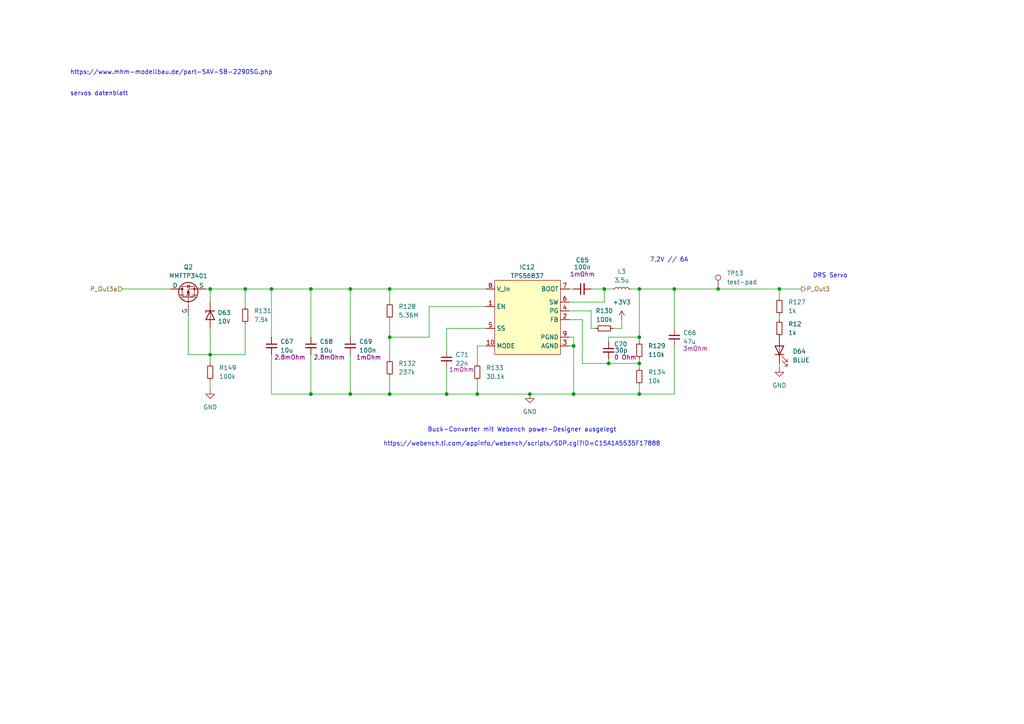
<source format=kicad_sch>
(kicad_sch (version 20231120) (generator "eeschema") (generator_version "8.0")
  (paper "A4")
  (title_block (title "PDU FT25") (date "2025-01-06") (rev "V1.1") (company "Janek Herm") (comment 1 "FaSTTUBe Electronics"))
  (lib_symbols
    (symbol "Connector:TestPoint" (pin_numbers hide) (pin_names (offset 0.762) hide)
      (property "Reference" "TP" (at 0 6.858 0))
      (property "Value" "TestPoint" (at 0 5.08 0))
      (symbol "TestPoint_0_1"
        (circle (center 0 3.302) (radius 0.762))
      )
      (symbol "TestPoint_1_1"
        (pin passive line (at 0 0 90) (length 2.54) (name "1") (number "1"))
      )
    )
    (symbol "Device:C_Small" (pin_numbers hide) (pin_names (offset 0.254) hide)
      (property "Reference" "C" (at 0.254 1.778 0))
      (property "Value" "C_Small" (at 0.254 -2.032 0))
      (symbol "C_Small_0_1"
        (polyline (pts (xy -1.524 -0.508) (xy 1.524 -0.508)) (stroke (width 0.3302)))
        (polyline (pts (xy -1.524 0.508) (xy 1.524 0.508)) (stroke (width 0.3048)))
      )
      (symbol "C_Small_1_1"
        (pin passive line (at 0 2.54 270) (length 2.032) (name "~") (number "1"))
        (pin passive line (at 0 -2.54 90) (length 2.032) (name "~") (number "2"))
      )
    )
    (symbol "Device:D_Zener" (pin_numbers hide) (pin_names (offset 1.016) hide)
      (property "Reference" "D" (at 0 2.54 0))
      (property "Value" "D_Zener" (at 0 -2.54 0))
      (symbol "D_Zener_0_1"
        (polyline (pts (xy 1.27 0) (xy -1.27 0)))
        (polyline (pts (xy -1.27 -1.27) (xy -1.27 1.27) (xy -0.762 1.27)) (stroke (width 0.254)))
        (polyline (pts (xy 1.27 -1.27) (xy 1.27 1.27) (xy -1.27 0) (xy 1.27 -1.27)) (stroke (width 0.254)))
      )
      (symbol "D_Zener_1_1"
        (pin passive line (at -3.81 0 0) (length 2.54) (name "K") (number "1"))
        (pin passive line (at 3.81 0 180) (length 2.54) (name "A") (number "2"))
      )
    )
    (symbol "Device:LED" (pin_numbers hide) (pin_names (offset 1.016) hide)
      (property "Reference" "D" (at 0 2.54 0))
      (property "Value" "LED" (at 0 -2.54 0))
      (symbol "LED_0_1"
        (polyline (pts (xy -1.27 -1.27) (xy -1.27 1.27)) (stroke (width 0.254)))
        (polyline (pts (xy -1.27 0) (xy 1.27 0)))
        (polyline (pts (xy 1.27 -1.27) (xy 1.27 1.27) (xy -1.27 0) (xy 1.27 -1.27)) (stroke (width 0.254)))
        (polyline (pts (xy -3.048 -0.762) (xy -4.572 -2.286) (xy -3.81 -2.286) (xy -4.572 -2.286) (xy -4.572 -1.524)))
        (polyline (pts (xy -1.778 -0.762) (xy -3.302 -2.286) (xy -2.54 -2.286) (xy -3.302 -2.286) (xy -3.302 -1.524)))
      )
      (symbol "LED_1_1"
        (pin passive line (at -3.81 0 0) (length 2.54) (name "K") (number "1"))
        (pin passive line (at 3.81 0 180) (length 2.54) (name "A") (number "2"))
      )
    )
    (symbol "Device:L_Small" (pin_numbers hide) (pin_names (offset 0.254) hide)
      (property "Reference" "L" (at 0.762 1.016 0))
      (property "Value" "L_Small" (at 0.762 -1.016 0))
      (symbol "L_Small_0_1"
        (arc (start 0 -2.032) (mid 0.5058 -1.524) (end 0 -1.016))
        (arc (start 0 -1.016) (mid 0.5058 -0.508) (end 0 0))
        (arc (start 0 0) (mid 0.5058 0.508) (end 0 1.016))
        (arc (start 0 1.016) (mid 0.5058 1.524) (end 0 2.032))
      )
      (symbol "L_Small_1_1"
        (pin passive line (at 0 2.54 270) (length 0.508) (name "~") (number "1"))
        (pin passive line (at 0 -2.54 90) (length 0.508) (name "~") (number "2"))
      )
    )
    (symbol "Device:R_Small" (pin_numbers hide) (pin_names (offset 0.254) hide)
      (property "Reference" "R" (at 0.762 0.508 0))
      (property "Value" "R_Small" (at 0.762 -1.016 0))
      (symbol "R_Small_0_1"
        (rectangle (start -0.762 1.778) (end 0.762 -1.778) (stroke (width 0.2032)))
      )
      (symbol "R_Small_1_1"
        (pin passive line (at 0 2.54 270) (length 0.762) (name "~") (number "1"))
        (pin passive line (at 0 -2.54 90) (length 0.762) (name "~") (number "2"))
      )
    )
    (symbol "FaSTTUBe_Voltage_Regulators:TPS56837"
      (property "Reference" "IC" (at -3.556 10.922 0))
      (property "Value" "TPS56837" (at -3.302 8.636 0))
      (symbol "TPS56837_1_1"
        (rectangle (start -12.7 7.62) (end 6.35 -13.97) (fill (type background)))
        (pin input line (at -15.24 0 0) (length 2.54) (name "EN") (number "1"))
        (pin input line (at -15.24 -11.43 0) (length 2.54) (name "MODE") (number "10"))
        (pin input line (at 8.89 -3.81 180) (length 2.54) (name "FB") (number "2"))
        (pin input line (at 8.89 -11.43 180) (length 2.54) (name "AGND") (number "3"))
        (pin input line (at 8.89 -1.27 180) (length 2.54) (name "PG") (number "4"))
        (pin input line (at -15.24 -6.35 0) (length 2.54) (name "SS") (number "5"))
        (pin input line (at 8.89 1.27 180) (length 2.54) (name "SW") (number "6"))
        (pin input line (at 8.89 5.08 180) (length 2.54) (name "BOOT") (number "7"))
        (pin input line (at -15.24 5.08 0) (length 2.54) (name "V_In") (number "8"))
        (pin input line (at 8.89 -8.89 180) (length 2.54) (name "PGND") (number "9"))
      )
    )
    (symbol "Simulation_SPICE:PMOS" (pin_numbers hide) (pin_names (offset 0))
      (property "Reference" "Q" (at 5.08 1.27 0))
      (property "Value" "PMOS" (at 5.08 -1.27 0))
      (symbol "PMOS_0_1"
        (polyline (pts (xy 0.254 0) (xy -2.54 0)))
        (polyline (pts (xy 0.254 1.905) (xy 0.254 -1.905)) (stroke (width 0.254)))
        (polyline (pts (xy 0.762 -1.27) (xy 0.762 -2.286)) (stroke (width 0.254)))
        (polyline (pts (xy 0.762 0.508) (xy 0.762 -0.508)) (stroke (width 0.254)))
        (polyline (pts (xy 0.762 2.286) (xy 0.762 1.27)) (stroke (width 0.254)))
        (polyline (pts (xy 2.54 2.54) (xy 2.54 1.778)))
        (polyline (pts (xy 2.54 -2.54) (xy 2.54 0) (xy 0.762 0)))
        (polyline (pts (xy 0.762 1.778) (xy 3.302 1.778) (xy 3.302 -1.778) (xy 0.762 -1.778)))
        (polyline (pts (xy 2.286 0) (xy 1.27 0.381) (xy 1.27 -0.381) (xy 2.286 0)) (fill (type outline)))
        (polyline (pts (xy 2.794 -0.508) (xy 2.921 -0.381) (xy 3.683 -0.381) (xy 3.81 -0.254)))
        (polyline (pts (xy 3.302 -0.381) (xy 2.921 0.254) (xy 3.683 0.254) (xy 3.302 -0.381)))
        (circle (center 1.651 0) (radius 2.794) (stroke (width 0.254)))
        (circle (center 2.54 -1.778) (radius 0.254) (fill (type outline)))
        (circle (center 2.54 1.778) (radius 0.254) (fill (type outline)))
      )
      (symbol "PMOS_1_1"
        (pin passive line (at 2.54 5.08 270) (length 2.54) (name "D") (number "1"))
        (pin input line (at -5.08 0 0) (length 2.54) (name "G") (number "2"))
        (pin passive line (at 2.54 -5.08 90) (length 2.54) (name "S") (number "3"))
      )
    )
    (symbol "power:+3.3V" (power) (pin_numbers hide) (pin_names (offset 0) hide)
      (property "Value" "+3.3V" (at 0 3.556 0))
      (symbol "+3.3V_0_1"
        (polyline (pts (xy -0.762 1.27) (xy 0 2.54)))
        (polyline (pts (xy 0 0) (xy 0 2.54)))
        (polyline (pts (xy 0 2.54) (xy 0.762 1.27)))
      )
      (symbol "+3.3V_1_1"
        (pin power_in line (at 0 0 90) (length 0) (name "~") (number "1"))
      )
    )
    (symbol "power:GND" (power) (pin_numbers hide) (pin_names (offset 0) hide)
      (property "Value" "GND" (at 0 -3.81 0))
      (symbol "GND_0_1"
        (polyline (pts (xy 0 0) (xy 0 -1.27) (xy 1.27 -1.27) (xy 0 -2.54) (xy -1.27 -1.27) (xy 0 -1.27)))
      )
      (symbol "GND_1_1"
        (pin power_in line (at 0 0 270) (length 0) (name "~") (number "1"))
      )
    )
  )
  (junction (at 113.03 114.3))
  (junction (at 226.06 83.82))
  (junction (at 195.58 83.82))
  (junction (at 185.42 105.41))
  (junction (at 113.03 83.82))
  (junction (at 185.42 83.82))
  (junction (at 101.6 114.3))
  (junction (at 129.54 114.3))
  (junction (at 208.28 83.82))
  (junction (at 185.42 114.3))
  (junction (at 176.53 105.41))
  (junction (at 101.6 83.82))
  (junction (at 60.96 102.87))
  (junction (at 185.42 97.79))
  (junction (at 90.17 83.82))
  (junction (at 153.67 114.3))
  (junction (at 78.74 83.82))
  (junction (at 138.43 114.3))
  (junction (at 175.26 83.82))
  (junction (at 166.37 114.3))
  (junction (at 71.12 83.82))
  (junction (at 113.03 97.79))
  (junction (at 166.37 100.33))
  (junction (at 90.17 114.3))
  (junction (at 60.96 83.82))
  (wire (pts (xy 71.12 83.82) (xy 78.74 83.82)))
  (wire (pts (xy 124.46 88.9) (xy 124.46 97.79)))
  (wire (pts (xy 113.03 109.22) (xy 113.03 114.3)))
  (wire (pts (xy 165.1 92.71) (xy 168.91 92.71)))
  (wire (pts (xy 166.37 100.33) (xy 166.37 114.3)))
  (wire (pts (xy 226.06 83.82) (xy 226.06 86.36)))
  (wire (pts (xy 176.53 105.41) (xy 185.42 105.41)))
  (wire (pts (xy 60.96 110.49) (xy 60.96 113.03)))
  (wire (pts (xy 226.06 105.41) (xy 226.06 106.68)))
  (wire (pts (xy 180.34 95.25) (xy 180.34 92.71)))
  (wire (pts (xy 226.06 91.44) (xy 226.06 92.71)))
  (wire (pts (xy 60.96 83.82) (xy 71.12 83.82)))
  (wire (pts (xy 101.6 102.87) (xy 101.6 114.3)))
  (wire (pts (xy 35.56 83.82) (xy 49.53 83.82)))
  (wire (pts (xy 90.17 102.87) (xy 90.17 114.3)))
  (wire (pts (xy 90.17 83.82) (xy 90.17 97.79)))
  (wire (pts (xy 185.42 111.76) (xy 185.42 114.3)))
  (wire (pts (xy 71.12 102.87) (xy 60.96 102.87)))
  (wire (pts (xy 185.42 99.06) (xy 185.42 97.79)))
  (wire (pts (xy 60.96 102.87) (xy 60.96 105.41)))
  (wire (pts (xy 140.97 88.9) (xy 124.46 88.9)))
  (wire (pts (xy 177.8 83.82) (xy 175.26 83.82)))
  (wire (pts (xy 171.45 90.17) (xy 171.45 95.25)))
  (wire (pts (xy 129.54 106.68) (xy 129.54 114.3)))
  (wire (pts (xy 101.6 83.82) (xy 101.6 97.79)))
  (wire (pts (xy 71.12 83.82) (xy 71.12 88.9)))
  (wire (pts (xy 175.26 87.63) (xy 175.26 83.82)))
  (wire (pts (xy 208.28 83.82) (xy 226.06 83.82)))
  (wire (pts (xy 185.42 83.82) (xy 185.42 97.79)))
  (wire (pts (xy 166.37 114.3) (xy 185.42 114.3)))
  (wire (pts (xy 166.37 97.79) (xy 166.37 100.33)))
  (wire (pts (xy 165.1 87.63) (xy 175.26 87.63)))
  (wire (pts (xy 59.69 83.82) (xy 60.96 83.82)))
  (wire (pts (xy 138.43 110.49) (xy 138.43 114.3)))
  (wire (pts (xy 124.46 97.79) (xy 113.03 97.79)))
  (wire (pts (xy 185.42 114.3) (xy 195.58 114.3)))
  (wire (pts (xy 226.06 83.82) (xy 232.41 83.82)))
  (wire (pts (xy 185.42 83.82) (xy 195.58 83.82)))
  (wire (pts (xy 54.61 91.44) (xy 54.61 102.87)))
  (wire (pts (xy 195.58 100.33) (xy 195.58 114.3)))
  (wire (pts (xy 113.03 114.3) (xy 129.54 114.3)))
  (wire (pts (xy 138.43 114.3) (xy 153.67 114.3)))
  (wire (pts (xy 185.42 104.14) (xy 185.42 105.41)))
  (wire (pts (xy 113.03 92.71) (xy 113.03 97.79)))
  (wire (pts (xy 165.1 83.82) (xy 166.37 83.82)))
  (wire (pts (xy 195.58 83.82) (xy 195.58 95.25)))
  (wire (pts (xy 54.61 102.87) (xy 60.96 102.87)))
  (wire (pts (xy 176.53 105.41) (xy 176.53 104.14)))
  (wire (pts (xy 78.74 102.87) (xy 78.74 114.3)))
  (wire (pts (xy 78.74 114.3) (xy 90.17 114.3)))
  (wire (pts (xy 165.1 90.17) (xy 171.45 90.17)))
  (wire (pts (xy 165.1 97.79) (xy 166.37 97.79)))
  (wire (pts (xy 171.45 95.25) (xy 172.72 95.25)))
  (wire (pts (xy 165.1 100.33) (xy 166.37 100.33)))
  (wire (pts (xy 140.97 100.33) (xy 138.43 100.33)))
  (wire (pts (xy 138.43 100.33) (xy 138.43 105.41)))
  (wire (pts (xy 90.17 83.82) (xy 101.6 83.82)))
  (wire (pts (xy 185.42 105.41) (xy 185.42 106.68)))
  (wire (pts (xy 168.91 92.71) (xy 168.91 105.41)))
  (wire (pts (xy 71.12 93.98) (xy 71.12 102.87)))
  (wire (pts (xy 60.96 95.25) (xy 60.96 102.87)))
  (wire (pts (xy 129.54 114.3) (xy 138.43 114.3)))
  (wire (pts (xy 60.96 83.82) (xy 60.96 87.63)))
  (wire (pts (xy 113.03 83.82) (xy 113.03 87.63)))
  (wire (pts (xy 182.88 83.82) (xy 185.42 83.82)))
  (wire (pts (xy 171.45 83.82) (xy 175.26 83.82)))
  (wire (pts (xy 177.8 95.25) (xy 180.34 95.25)))
  (wire (pts (xy 140.97 95.25) (xy 129.54 95.25)))
  (wire (pts (xy 101.6 83.82) (xy 113.03 83.82)))
  (wire (pts (xy 78.74 83.82) (xy 90.17 83.82)))
  (wire (pts (xy 78.74 83.82) (xy 78.74 97.79)))
  (wire (pts (xy 113.03 97.79) (xy 113.03 104.14)))
  (wire (pts (xy 129.54 95.25) (xy 129.54 101.6)))
  (wire (pts (xy 168.91 105.41) (xy 176.53 105.41)))
  (wire (pts (xy 176.53 97.79) (xy 176.53 99.06)))
  (wire (pts (xy 101.6 114.3) (xy 113.03 114.3)))
  (wire (pts (xy 195.58 83.82) (xy 208.28 83.82)))
  (wire (pts (xy 153.67 114.3) (xy 166.37 114.3)))
  (wire (pts (xy 113.03 83.82) (xy 140.97 83.82)))
  (wire (pts (xy 90.17 114.3) (xy 101.6 114.3)))
  (wire (pts (xy 176.53 97.79) (xy 185.42 97.79)))
  (text "DRS Servo" (at 240.792 80.01 0) (effects (font (size 1.27 1.27))))
  (text "7,2V // 6A" (at 194.056 75.438 0) (effects (font (size 1.27 1.27))))
  (text "https://www.mhm-modellbau.de/part-SAV-SB-2290SG.php\n\n\nservos datenblatt" (at 20.32 27.94 0) (effects (font (size 1.27 1.27)) (justify left bottom)))
  (text "Buck-Converter mit Webench power-Designer ausgelegt\n\nhttps://webench.ti.com/appinfo/webench/scripts/SDP.cgi?ID=C15A1A5535F17888" (at 151.384 126.746 0) (effects (font (size 1.27 1.27))))
  (hierarchical_label "P_Out3" (shape output) (at 232.41 83.82 0))
  (hierarchical_label "P_Out3a" (shape input) (at 35.56 83.82 180))
  (symbol (lib_id "Device:R_Small") (at 185.42 109.22 0) (unit 1)
    (property "Reference" "R134" (at 187.96 107.9499 0) (effects (justify left)))
    (property "Value" "10k" (at 187.96 110.4899 0) (effects (justify left)))
    (property "Footprint" "Resistor_SMD:R_0603_1608Metric" (effects (hide yes)))
    (property "Description" "Resistor, small symbol" (effects (hide yes)))
  )
  (symbol (lib_id "Connector:TestPoint") (at 208.28 83.82 0) (unit 1)
    (property "Reference" "TP13" (at 210.82 79.2479 0) (effects (justify left)))
    (property "Value" "test-pad" (at 210.82 81.7879 0) (effects (justify left)))
    (property "Footprint" "5025:5025" (effects (hide yes)))
    (property "Description" "test point" (effects (hide yes)))
  )
  (symbol (lib_id "Device:D_Zener") (at 60.96 91.44 90) (mirror x) (unit 1)
    (property "Reference" "D63" (at 65.024 90.678 90))
    (property "Value" "10V" (at 65.024 93.218 90))
    (property "Footprint" "3SMAJ5934B-TP:DIOM5226X244N" (effects (hide yes)))
    (property "Datasheet" "https://www.mouser.de/datasheet/2/258/3SMAJ5918B_3SMAJ5956B_SMA_-3423242.pdf" (effects (hide yes)))
    (property "Description" "Zener diode" (effects (hide yes)))
    (property "MPR" "3SMAJ5925B" (effects (hide yes)))
  )
  (symbol (lib_id "Device:R_Small") (at 60.96 107.95 0) (unit 1)
    (property "Reference" "R149" (at 63.5 106.6799 0) (effects (justify left)))
    (property "Value" "100k" (at 63.5 109.2199 0) (effects (justify left)))
    (property "Footprint" "Resistor_SMD:R_0603_1608Metric" (effects (hide yes)))
    (property "Description" "Resistor, small symbol" (effects (hide yes)))
  )
  (symbol (lib_id "Device:C_Small") (at 78.74 100.33 0) (unit 1)
    (property "Reference" "C67" (at 81.28 99.0662 0) (effects (justify left)))
    (property "Value" "10u" (at 81.28 101.6062 0) (effects (justify left)))
    (property "Footprint" "Capacitor_SMD:C_1210_3225Metric" (effects (hide yes)))
    (property "Description" "Unpolarized capacitor, small symbol" (effects (hide yes)))
    (property "Resistance" "2.8mOhm" (at 84.074 103.632 0))
  )
  (symbol (lib_id "Device:LED") (at 226.06 101.6 90) (unit 1)
    (property "Reference" "D64" (at 229.87 101.9174 90) (effects (justify right)))
    (property "Value" "BLUE" (at 229.87 104.4574 90) (effects (justify right)))
    (property "Footprint" "LED_SMD:LED_0603_1608Metric" (effects (hide yes)))
    (property "Datasheet" "https://www.we-online.com/components/products/datasheet/150060BS75000.pdf" (effects (hide yes)))
    (property "Description" "Light emitting diode" (effects (hide yes)))
    (property "MPR" "150060BS75000" (effects (hide yes)))
  )
  (symbol (lib_id "Device:C_Small") (at 129.54 104.14 0) (unit 1)
    (property "Reference" "C71" (at 132.08 102.8762 0) (effects (justify left)))
    (property "Value" "22n" (at 132.08 105.4162 0) (effects (justify left)))
    (property "Footprint" "Capacitor_SMD:C_0603_1608Metric" (effects (hide yes)))
    (property "Description" "Unpolarized capacitor, small symbol" (effects (hide yes)))
    (property "Resistance" "1mOhm" (at 133.858 107.188 0))
  )
  (symbol (lib_id "Simulation_SPICE:PMOS") (at 54.61 86.36 90) (unit 1)
    (property "Reference" "Q2" (at 54.61 77.47 90))
    (property "Value" "MMFTP3401" (at 54.61 80.01 90))
    (property "Footprint" "Package_TO_SOT_SMD:SOT-23" (effects (hide yes)))
    (property "Datasheet" "https://diotec.com/request/datasheet/mmftp3401.pdf" (effects (hide yes)))
    (property "Description" "P-MOSFET transistor, drain/source/gate" (effects (hide yes)))
    (property "Sim.Device" "PMOS" (effects (hide yes)))
    (property "Sim.Type" "VDMOS" (effects (hide yes)))
    (property "Sim.Pins" "1=D 2=G 3=S" (effects (hide yes)))
  )
  (symbol (lib_id "Device:C_Small") (at 101.6 100.33 0) (unit 1)
    (property "Reference" "C69" (at 104.14 99.0662 0) (effects (justify left)))
    (property "Value" "100n" (at 104.14 101.6062 0) (effects (justify left)))
    (property "Footprint" "Capacitor_SMD:C_0805_2012Metric" (effects (hide yes)))
    (property "Description" "Unpolarized capacitor, small symbol" (effects (hide yes)))
    (property "Resistance" "1mOhm" (at 106.934 103.632 0))
  )
  (symbol (lib_id "power:GND") (at 60.96 113.03 0) (unit 1)
    (property "Reference" "#PWR0190" (effects (hide yes)))
    (property "Value" "GND" (at 60.96 118.11 0))
    (property "Description" "Power symbol creates a global label with name \"GND\" , ground" (effects (hide yes)))
  )
  (symbol (lib_id "Device:R_Small") (at 226.06 95.25 0) (unit 1)
    (property "Reference" "R12" (at 228.6 93.9799 0) (effects (justify left)))
    (property "Value" "1k" (at 228.6 96.5199 0) (effects (justify left)))
    (property "Footprint" "Resistor_SMD:R_0603_1608Metric" (effects (hide yes)))
    (property "Description" "Resistor, small symbol" (effects (hide yes)))
  )
  (symbol (lib_id "FaSTTUBe_Voltage_Regulators:TPS56837") (at 156.21 88.9 0) (unit 1)
    (property "Reference" "IC12" (at 152.908 77.47 0))
    (property "Value" "TPS56837" (at 152.908 80.01 0))
    (property "Footprint" "TPS56837:TPS56837" (effects (hide yes)))
    (property "Datasheet" "https://www.ti.com/lit/ds/symlink/tps56837.pdf?ts=1731338435977" (effects (hide yes)))
  )
  (symbol (lib_id "Device:R_Small") (at 138.43 107.95 0) (unit 1)
    (property "Reference" "R133" (at 140.97 106.6799 0) (effects (justify left)))
    (property "Value" "30.1k" (at 140.97 109.2199 0) (effects (justify left)))
    (property "Footprint" "Resistor_SMD:R_0603_1608Metric" (effects (hide yes)))
    (property "Description" "Resistor, small symbol" (effects (hide yes)))
  )
  (symbol (lib_id "power:GND") (at 153.67 114.3 0) (unit 1)
    (property "Reference" "#PWR0191" (effects (hide yes)))
    (property "Value" "GND" (at 153.67 119.38 0))
    (property "Description" "Power symbol creates a global label with name \"GND\" , ground" (effects (hide yes)))
  )
  (symbol (lib_id "Device:R_Small") (at 71.12 91.44 0) (unit 1)
    (property "Reference" "R131" (at 73.66 90.1699 0) (effects (justify left)))
    (property "Value" "7.5k" (at 73.66 92.7099 0) (effects (justify left)))
    (property "Footprint" "Resistor_SMD:R_0603_1608Metric" (effects (hide yes)))
    (property "Description" "Resistor, small symbol" (effects (hide yes)))
  )
  (symbol (lib_id "Device:C_Small") (at 195.58 97.79 0) (unit 1)
    (property "Reference" "C66" (at 198.12 96.5262 0) (effects (justify left)))
    (property "Value" "47u" (at 198.12 99.0662 0) (effects (justify left)))
    (property "Footprint" "Capacitor_SMD:C_1210_3225Metric" (effects (hide yes)))
    (property "Description" "Unpolarized capacitor, small symbol" (effects (hide yes)))
    (property "Resistance" "3mOhm" (at 201.676 101.092 0))
  )
  (symbol (lib_id "Device:R_Small") (at 226.06 88.9 0) (unit 1)
    (property "Reference" "R127" (at 228.6 87.6299 0) (effects (justify left)))
    (property "Value" "1k" (at 228.6 90.1699 0) (effects (justify left)))
    (property "Footprint" "Resistor_SMD:R_0603_1608Metric" (effects (hide yes)))
    (property "Description" "Resistor, small symbol" (effects (hide yes)))
  )
  (symbol (lib_id "Device:R_Small") (at 113.03 106.68 0) (unit 1)
    (property "Reference" "R132" (at 115.57 105.4099 0) (effects (justify left)))
    (property "Value" "237k" (at 115.57 107.9499 0) (effects (justify left)))
    (property "Footprint" "Resistor_SMD:R_0603_1608Metric" (effects (hide yes)))
    (property "Description" "Resistor, small symbol" (effects (hide yes)))
  )
  (symbol (lib_id "Device:C_Small") (at 176.53 101.6 0) (unit 1)
    (property "Reference" "C70" (at 178.054 99.8282 0) (effects (justify left)))
    (property "Value" "30p" (at 178.308 101.6062 0) (effects (justify left)))
    (property "Footprint" "Capacitor_SMD:C_0603_1608Metric" (effects (hide yes)))
    (property "Description" "Unpolarized capacitor, small symbol" (effects (hide yes)))
    (property "Resistance" "0 Ohm" (at 181.356 103.632 0))
  )
  (symbol (lib_id "Device:L_Small") (at 180.34 83.82 90) (unit 1)
    (property "Reference" "L3" (at 180.34 78.74 90))
    (property "Value" "3.5u" (at 180.34 81.28 90))
    (property "Footprint" "WE-PD:WE-PD_1260_1245_1280_121054" (effects (hide yes)))
    (property "Datasheet" "https://www.we-online.com/components/products/datasheet/7447709003.pdf" (effects (hide yes)))
    (property "Description" "Inductor, small symbol" (effects (hide yes)))
  )
  (symbol (lib_id "Device:C_Small") (at 90.17 100.33 0) (unit 1)
    (property "Reference" "C68" (at 92.71 99.0662 0) (effects (justify left)))
    (property "Value" "10u" (at 92.71 101.6062 0) (effects (justify left)))
    (property "Footprint" "Capacitor_SMD:C_1210_3225Metric" (effects (hide yes)))
    (property "Description" "Unpolarized capacitor, small symbol" (effects (hide yes)))
    (property "Resistance" "2.8mOhm" (at 95.504 103.632 0))
  )
  (symbol (lib_id "Device:R_Small") (at 185.42 101.6 0) (unit 1)
    (property "Reference" "R129" (at 187.96 100.3299 0) (effects (justify left)))
    (property "Value" "110k" (at 187.96 102.8699 0) (effects (justify left)))
    (property "Footprint" "Resistor_SMD:R_0603_1608Metric" (effects (hide yes)))
    (property "Description" "Resistor, small symbol" (effects (hide yes)))
  )
  (symbol (lib_id "power:GND") (at 226.06 106.68 0) (unit 1)
    (property "Reference" "#PWR0189" (effects (hide yes)))
    (property "Value" "GND" (at 226.06 111.76 0))
    (property "Description" "Power symbol creates a global label with name \"GND\" , ground" (effects (hide yes)))
  )
  (symbol (lib_id "Device:C_Small") (at 168.91 83.82 90) (unit 1)
    (property "Reference" "C65" (at 168.9163 75.438 90))
    (property "Value" "100n" (at 168.9163 77.47 90))
    (property "Footprint" "Capacitor_SMD:C_0603_1608Metric" (effects (hide yes)))
    (property "Description" "Unpolarized capacitor, small symbol" (effects (hide yes)))
    (property "Resistance" "1mOhm" (at 168.91 79.502 90))
  )
  (symbol (lib_id "power:+3.3V") (at 180.34 92.71 0) (unit 1)
    (property "Reference" "#PWR0188" (effects (hide yes)))
    (property "Value" "+3V3" (at 180.34 87.63 0))
    (property "Description" "Power symbol creates a global label with name \"+3.3V\"" (effects (hide yes)))
  )
  (symbol (lib_id "Device:R_Small") (at 113.03 90.17 0) (unit 1)
    (property "Reference" "R128" (at 115.57 88.8999 0) (effects (justify left)))
    (property "Value" "5.36M" (at 115.57 91.4399 0) (effects (justify left)))
    (property "Footprint" "Resistor_SMD:R_0603_1608Metric" (effects (hide yes)))
    (property "Description" "Resistor, small symbol" (effects (hide yes)))
  )
  (symbol (lib_id "Device:R_Small") (at 175.26 95.25 90) (unit 1)
    (property "Reference" "R130" (at 175.26 90.17 90))
    (property "Value" "100k" (at 175.26 92.71 90))
    (property "Footprint" "Resistor_SMD:R_0603_1608Metric" (effects (hide yes)))
    (property "Description" "Resistor, small symbol" (effects (hide yes)))
  )
)
</source>
